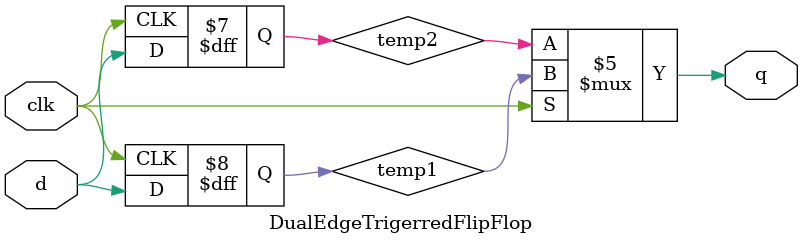
<source format=v>


module DualEdgeTrigerredFlipFlop
(
  input clk,
  input d,
  output q
);

  reg temp1;reg temp2;

  always @(posedge clk) begin
    temp1 <= d;
  end


  always @(negedge clk) begin
    temp2 <= d;
  end


  always @(clk) begin
    if(clk) q = temp1; 
    else q = temp2;
  end


endmodule


</source>
